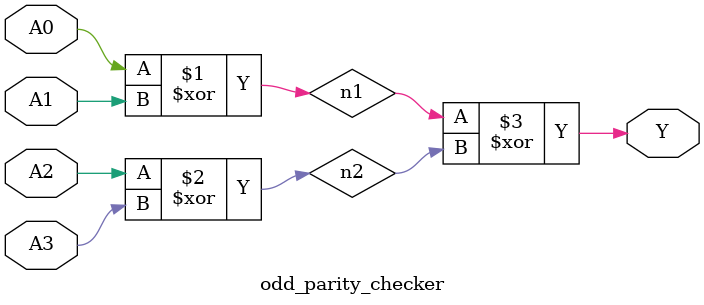
<source format=v>
module odd_parity_checker(
  input A0,
  input A1,
  input A2,
  input A3,
  output Y
);

wire n1, n2;

xor(n1, A0, A1);
xor(n2, A2, A3);
xor(Y, n1, n2);

endmodule

</source>
